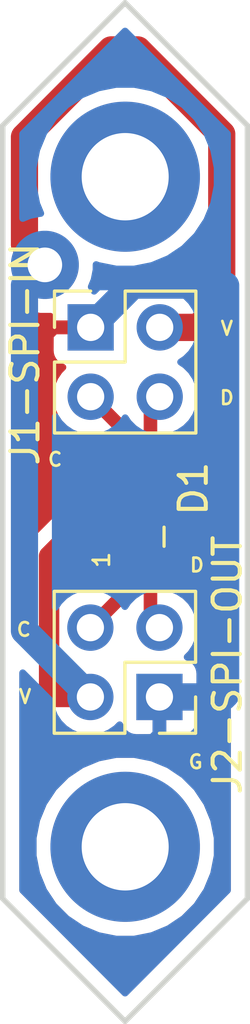
<source format=kicad_pcb>
(kicad_pcb (version 20171130) (host pcbnew 5.1.5-1.fc31)

  (general
    (thickness 1.6)
    (drawings 14)
    (tracks 46)
    (zones 0)
    (modules 5)
    (nets 7)
  )

  (page A4)
  (layers
    (0 F.Cu mixed)
    (31 B.Cu mixed)
    (34 B.Paste user)
    (35 F.Paste user)
    (36 B.SilkS user)
    (37 F.SilkS user)
    (38 B.Mask user)
    (39 F.Mask user)
    (44 Edge.Cuts user)
    (45 Margin user)
    (46 B.CrtYd user)
    (47 F.CrtYd user)
  )

  (setup
    (last_trace_width 1)
    (user_trace_width 0.5)
    (user_trace_width 0.75)
    (user_trace_width 1)
    (user_trace_width 2)
    (trace_clearance 0.2)
    (zone_clearance 0.508)
    (zone_45_only no)
    (trace_min 0.1524)
    (via_size 1.016)
    (via_drill 0.508)
    (via_min_size 0.6858)
    (via_min_drill 0.3302)
    (user_via 0.6858 0.4)
    (uvia_size 0.3)
    (uvia_drill 0.1)
    (uvias_allowed no)
    (uvia_min_size 0)
    (uvia_min_drill 0)
    (edge_width 0.05)
    (segment_width 0.2)
    (pcb_text_width 0.3)
    (pcb_text_size 1.5 1.5)
    (mod_edge_width 0.12)
    (mod_text_size 1 1)
    (mod_text_width 0.15)
    (pad_size 1.524 1.524)
    (pad_drill 0.762)
    (pad_to_mask_clearance 0.0508)
    (aux_axis_origin 0 0)
    (visible_elements FFFFFFFF)
    (pcbplotparams
      (layerselection 0x010fc_ffffffff)
      (usegerberextensions true)
      (usegerberattributes false)
      (usegerberadvancedattributes false)
      (creategerberjobfile false)
      (excludeedgelayer true)
      (linewidth 0.100000)
      (plotframeref false)
      (viasonmask false)
      (mode 1)
      (useauxorigin false)
      (hpglpennumber 1)
      (hpglpenspeed 20)
      (hpglpendiameter 15.000000)
      (psnegative false)
      (psa4output false)
      (plotreference true)
      (plotvalue true)
      (plotinvisibletext false)
      (padsonsilk false)
      (subtractmaskfromsilk false)
      (outputformat 1)
      (mirror false)
      (drillshape 0)
      (scaleselection 1)
      (outputdirectory "gerbers-colon/"))
  )

  (net 0 "")
  (net 1 GND)
  (net 2 +5V)
  (net 3 "Net-(D1-Pad4)")
  (net 4 "Net-(D1-Pad5)")
  (net 5 "Net-(D1-Pad3)")
  (net 6 "Net-(D1-Pad2)")

  (net_class Default "This is the default net class."
    (clearance 0.2)
    (trace_width 0.2286)
    (via_dia 1.016)
    (via_drill 0.508)
    (uvia_dia 0.3)
    (uvia_drill 0.1)
  )

  (net_class power ""
    (clearance 0.2)
    (trace_width 0.75)
    (via_dia 2.5)
    (via_drill 1.27)
    (uvia_dia 0.3)
    (uvia_drill 0.1)
    (add_net +5V)
    (add_net GND)
  )

  (net_class signal ""
    (clearance 0.2)
    (trace_width 0.5)
    (via_dia 1)
    (via_drill 0.508)
    (uvia_dia 0.3)
    (uvia_drill 0.1)
    (add_net "Net-(D1-Pad2)")
    (add_net "Net-(D1-Pad3)")
    (add_net "Net-(D1-Pad4)")
    (add_net "Net-(D1-Pad5)")
  )

  (module Connector_PinHeader_2.54mm:PinHeader_2x02_P2.54mm_Vertical (layer F.Cu) (tedit 5EBF6C8D) (tstamp 5EC03F1B)
    (at 150.87 94.57 180)
    (descr "Through hole straight pin header, 2x02, 2.54mm pitch, double rows")
    (tags "Through hole pin header THT 2x02 2.54mm double row")
    (path /5E4F4A39)
    (fp_text reference J2-SPI-OUT (at -2.5 1.17 270) (layer F.SilkS)
      (effects (font (size 1 1) (thickness 0.15)))
    )
    (fp_text value SPI_OUT (at 1.27 4.87 180) (layer F.Fab)
      (effects (font (size 1 1) (thickness 0.15)))
    )
    (fp_line (start 0 -1.27) (end 3.81 -1.27) (layer F.Fab) (width 0.1))
    (fp_line (start 3.81 -1.27) (end 3.81 3.81) (layer F.Fab) (width 0.1))
    (fp_line (start 3.81 3.81) (end -1.27 3.81) (layer F.Fab) (width 0.1))
    (fp_line (start -1.27 3.81) (end -1.27 0) (layer F.Fab) (width 0.1))
    (fp_line (start -1.27 0) (end 0 -1.27) (layer F.Fab) (width 0.1))
    (fp_line (start -1.33 3.87) (end 3.87 3.87) (layer F.SilkS) (width 0.12))
    (fp_line (start -1.33 1.27) (end -1.33 3.87) (layer F.SilkS) (width 0.12))
    (fp_line (start 3.87 -1.33) (end 3.87 3.87) (layer F.SilkS) (width 0.12))
    (fp_line (start -1.33 1.27) (end 1.27 1.27) (layer F.SilkS) (width 0.12))
    (fp_line (start 1.27 1.27) (end 1.27 -1.33) (layer F.SilkS) (width 0.12))
    (fp_line (start 1.27 -1.33) (end 3.87 -1.33) (layer F.SilkS) (width 0.12))
    (fp_line (start -1.33 0) (end -1.33 -1.33) (layer F.SilkS) (width 0.12))
    (fp_line (start -1.33 -1.33) (end 0 -1.33) (layer F.SilkS) (width 0.12))
    (fp_line (start -1.8 -1.8) (end -1.8 4.35) (layer F.CrtYd) (width 0.05))
    (fp_line (start -1.8 4.35) (end 4.35 4.35) (layer F.CrtYd) (width 0.05))
    (fp_line (start 4.35 4.35) (end 4.35 -1.8) (layer F.CrtYd) (width 0.05))
    (fp_line (start 4.35 -1.8) (end -1.8 -1.8) (layer F.CrtYd) (width 0.05))
    (fp_text user %R (at 1.27 1.27 270) (layer F.Fab)
      (effects (font (size 1 1) (thickness 0.15)))
    )
    (pad 1 thru_hole rect (at 0 0 180) (size 1.7 1.7) (drill 1) (layers *.Cu *.Mask)
      (net 1 GND))
    (pad 2 thru_hole oval (at 2.54 0 180) (size 1.7 1.7) (drill 1) (layers *.Cu *.Mask)
      (net 2 +5V))
    (pad 3 thru_hole oval (at 0 2.54 180) (size 1.7 1.7) (drill 1) (layers *.Cu *.Mask)
      (net 5 "Net-(D1-Pad3)"))
    (pad 4 thru_hole oval (at 2.54 2.54 180) (size 1.7 1.7) (drill 1) (layers *.Cu *.Mask)
      (net 6 "Net-(D1-Pad2)"))
    (model ${KISYS3DMOD}/Connector_PinHeader_2.54mm.3dshapes/PinHeader_2x02_P2.54mm_Vertical.wrl
      (at (xyz 0 0 0))
      (scale (xyz 1 1 1))
      (rotate (xyz 0 0 0))
    )
  )

  (module MountingHole:MountingHole_3.2mm_M3_ISO14580_Pad (layer F.Cu) (tedit 56D1B4CB) (tstamp 5E4C2E26)
    (at 149.61 75.51)
    (descr "Mounting Hole 3.2mm, M3, ISO14580")
    (tags "mounting hole 3.2mm m3 iso14580")
    (attr virtual)
    (fp_text reference REF** (at 0 -3.75) (layer F.SilkS) hide
      (effects (font (size 1 1) (thickness 0.15)))
    )
    (fp_text value MountingHole_3.2mm_M3_ISO14580_Pad (at 0 3.75) (layer F.Fab)
      (effects (font (size 1 1) (thickness 0.15)))
    )
    (fp_text user %R (at 0.3 0) (layer F.Fab)
      (effects (font (size 1 1) (thickness 0.15)))
    )
    (fp_circle (center 0 0) (end 2.75 0) (layer Cmts.User) (width 0.15))
    (fp_circle (center 0 0) (end 3 0) (layer F.CrtYd) (width 0.05))
    (pad 1 thru_hole circle (at 0 0) (size 5.5 5.5) (drill 3.2) (layers *.Cu *.Mask))
  )

  (module MountingHole:MountingHole_3.2mm_M3_ISO14580_Pad (layer F.Cu) (tedit 56D1B4CB) (tstamp 5E4C2AF8)
    (at 149.61 100.06)
    (descr "Mounting Hole 3.2mm, M3, ISO14580")
    (tags "mounting hole 3.2mm m3 iso14580")
    (attr virtual)
    (fp_text reference REF** (at 0 -3.75) (layer F.SilkS) hide
      (effects (font (size 1 1) (thickness 0.15)))
    )
    (fp_text value MountingHole_3.2mm_M3_ISO14580_Pad (at 0 3.75) (layer F.Fab)
      (effects (font (size 1 1) (thickness 0.15)))
    )
    (fp_circle (center 0 0) (end 3 0) (layer F.CrtYd) (width 0.05))
    (fp_circle (center 0 0) (end 2.75 0) (layer Cmts.User) (width 0.15))
    (fp_text user %R (at 0.3 0) (layer F.Fab)
      (effects (font (size 1 1) (thickness 0.15)))
    )
    (pad 1 thru_hole circle (at 0 0) (size 5.5 5.5) (drill 3.2) (layers *.Cu *.Mask))
  )

  (module LED_SMD:LED-APA102-2020 (layer F.Cu) (tedit 5CADBF17) (tstamp 5EC03239)
    (at 149.64 87.85 90)
    (descr http://www.led-color.com/upload/201604/APA102-2020%20SMD%20LED.pdf)
    (tags "LED RGB SPI")
    (path /5E571E9D)
    (attr smd)
    (fp_text reference D1 (at 0.91 2.48 90) (layer F.SilkS)
      (effects (font (size 1 1) (thickness 0.15)))
    )
    (fp_text value A_0 (at 0 -2 90) (layer F.Fab)
      (effects (font (size 1 1) (thickness 0.15)))
    )
    (fp_line (start -1 -1) (end 1 -1) (layer F.Fab) (width 0.1))
    (fp_line (start 1 -1) (end 1 1) (layer F.Fab) (width 0.1))
    (fp_line (start 1 1) (end -0.5 1) (layer F.Fab) (width 0.1))
    (fp_line (start -1 0.5) (end -1 -1) (layer F.Fab) (width 0.1))
    (fp_line (start 1.5 -1.4) (end 1.5 1.4) (layer F.CrtYd) (width 0.05))
    (fp_line (start -1.2 1.4) (end -0.5 1.4) (layer F.SilkS) (width 0.12))
    (fp_text user %R (at 0 0 90) (layer F.Fab)
      (effects (font (size 0.3 0.3) (thickness 0.07)))
    )
    (fp_line (start -1 0.5) (end -0.5 1) (layer F.Fab) (width 0.1))
    (fp_line (start -1.5 -1.4) (end -1.5 1.4) (layer F.CrtYd) (width 0.05))
    (fp_line (start -0.5 1.4) (end -0.5 1.58) (layer F.CrtYd) (width 0.05))
    (fp_line (start -0.5 1.58) (end 0.5 1.58) (layer F.CrtYd) (width 0.05))
    (fp_line (start 0.5 1.58) (end 0.5 1.4) (layer F.CrtYd) (width 0.05))
    (fp_line (start -0.5 -1.4) (end -0.5 -1.58) (layer F.CrtYd) (width 0.05))
    (fp_line (start -0.5 -1.58) (end 0.5 -1.58) (layer F.CrtYd) (width 0.05))
    (fp_line (start 0.5 -1.58) (end 0.5 -1.4) (layer F.CrtYd) (width 0.05))
    (fp_line (start 0.5 -1.4) (end 1.5 -1.4) (layer F.CrtYd) (width 0.05))
    (fp_line (start -1.5 -1.4) (end -0.5 -1.4) (layer F.CrtYd) (width 0.05))
    (fp_line (start -0.5 1.4) (end -1.5 1.4) (layer F.CrtYd) (width 0.05))
    (fp_line (start 1.5 1.4) (end 0.5 1.4) (layer F.CrtYd) (width 0.05))
    (fp_text user 1 (at -1.7 -0.9 90) (layer F.SilkS)
      (effects (font (size 0.6 0.6) (thickness 0.1)))
    )
    (pad 1 smd rect (at -0.85 -0.9 90) (size 0.8 0.5) (layers F.Cu F.Paste F.Mask)
      (net 2 +5V))
    (pad 2 smd rect (at -0.85 0 90) (size 0.8 0.3) (layers F.Cu F.Paste F.Mask)
      (net 6 "Net-(D1-Pad2)"))
    (pad 3 smd rect (at -0.85 0.9 90) (size 0.8 0.5) (layers F.Cu F.Paste F.Mask)
      (net 5 "Net-(D1-Pad3)"))
    (pad 5 smd rect (at 0.85 0 90) (size 0.8 0.3) (layers F.Cu F.Paste F.Mask)
      (net 4 "Net-(D1-Pad5)"))
    (pad 4 smd rect (at 0.85 0.9 90) (size 0.8 0.5) (layers F.Cu F.Paste F.Mask)
      (net 3 "Net-(D1-Pad4)"))
    (pad 6 smd rect (at 0.85 -0.9 90) (size 0.8 0.5) (layers F.Cu F.Paste F.Mask)
      (net 1 GND))
    (pad 1 smd rect (at 0 -0.83 180) (size 1 0.5) (layers F.Cu F.Paste F.Mask)
      (net 2 +5V))
    (pad 6 smd rect (at 0 0.59 180) (size 1.48 0.5) (layers F.Cu F.Paste F.Mask)
      (net 1 GND))
    (model ${KISYS3DMOD}/LED_SMD.3dshapes/LED-APA102-2020.wrl
      (at (xyz 0 0 0))
      (scale (xyz 1 1 1))
      (rotate (xyz 0 0 0))
    )
  )

  (module Connector_PinHeader_2.54mm:PinHeader_2x02_P2.54mm_Vertical (layer F.Cu) (tedit 59FED5CC) (tstamp 5EC036C5)
    (at 148.34 81.03)
    (descr "Through hole straight pin header, 2x02, 2.54mm pitch, double rows")
    (tags "Through hole pin header THT 2x02 2.54mm double row")
    (path /5E4F79DC)
    (fp_text reference J1-SPI-IN (at -2.41 0.98 90) (layer F.SilkS)
      (effects (font (size 1 1) (thickness 0.15)))
    )
    (fp_text value SPI_IN (at 1.27 4.87) (layer F.Fab)
      (effects (font (size 1 1) (thickness 0.15)))
    )
    (fp_text user %R (at 1.27 1.27 90) (layer F.Fab)
      (effects (font (size 1 1) (thickness 0.15)))
    )
    (fp_line (start 4.35 -1.8) (end -1.8 -1.8) (layer F.CrtYd) (width 0.05))
    (fp_line (start 4.35 4.35) (end 4.35 -1.8) (layer F.CrtYd) (width 0.05))
    (fp_line (start -1.8 4.35) (end 4.35 4.35) (layer F.CrtYd) (width 0.05))
    (fp_line (start -1.8 -1.8) (end -1.8 4.35) (layer F.CrtYd) (width 0.05))
    (fp_line (start -1.33 -1.33) (end 0 -1.33) (layer F.SilkS) (width 0.12))
    (fp_line (start -1.33 0) (end -1.33 -1.33) (layer F.SilkS) (width 0.12))
    (fp_line (start 1.27 -1.33) (end 3.87 -1.33) (layer F.SilkS) (width 0.12))
    (fp_line (start 1.27 1.27) (end 1.27 -1.33) (layer F.SilkS) (width 0.12))
    (fp_line (start -1.33 1.27) (end 1.27 1.27) (layer F.SilkS) (width 0.12))
    (fp_line (start 3.87 -1.33) (end 3.87 3.87) (layer F.SilkS) (width 0.12))
    (fp_line (start -1.33 1.27) (end -1.33 3.87) (layer F.SilkS) (width 0.12))
    (fp_line (start -1.33 3.87) (end 3.87 3.87) (layer F.SilkS) (width 0.12))
    (fp_line (start -1.27 0) (end 0 -1.27) (layer F.Fab) (width 0.1))
    (fp_line (start -1.27 3.81) (end -1.27 0) (layer F.Fab) (width 0.1))
    (fp_line (start 3.81 3.81) (end -1.27 3.81) (layer F.Fab) (width 0.1))
    (fp_line (start 3.81 -1.27) (end 3.81 3.81) (layer F.Fab) (width 0.1))
    (fp_line (start 0 -1.27) (end 3.81 -1.27) (layer F.Fab) (width 0.1))
    (pad 4 thru_hole oval (at 2.54 2.54) (size 1.7 1.7) (drill 1) (layers *.Cu *.Mask)
      (net 3 "Net-(D1-Pad4)"))
    (pad 3 thru_hole oval (at 0 2.54) (size 1.7 1.7) (drill 1) (layers *.Cu *.Mask)
      (net 4 "Net-(D1-Pad5)"))
    (pad 2 thru_hole oval (at 2.54 0) (size 1.7 1.7) (drill 1) (layers *.Cu *.Mask)
      (net 2 +5V))
    (pad 1 thru_hole rect (at 0 0) (size 1.7 1.7) (drill 1) (layers *.Cu *.Mask)
      (net 1 GND))
    (model ${KISYS3DMOD}/Connector_PinHeader_2.54mm.3dshapes/PinHeader_2x02_P2.54mm_Vertical.wrl
      (at (xyz 0 0 0))
      (scale (xyz 1 1 1))
      (rotate (xyz 0 0 0))
    )
  )

  (gr_text G (at 152.2 96.95) (layer F.SilkS) (tstamp 5EC03D55)
    (effects (font (size 0.5 0.5) (thickness 0.1)))
  )
  (gr_text D (at 152.25 89.74) (layer F.SilkS) (tstamp 5EC03D55)
    (effects (font (size 0.5 0.5) (thickness 0.1)))
  )
  (gr_text V (at 145.93 94.56) (layer F.SilkS) (tstamp 5EC03D55)
    (effects (font (size 0.5 0.5) (thickness 0.1)))
  )
  (gr_text C (at 145.88 92.1) (layer F.SilkS) (tstamp 5EC03D55)
    (effects (font (size 0.5 0.5) (thickness 0.1)))
  )
  (gr_text G (at 147.04 78.79) (layer F.SilkS) (tstamp 5EC03D55)
    (effects (font (size 0.5 0.5) (thickness 0.1)))
  )
  (gr_text C (at 147.03 85.87) (layer F.SilkS) (tstamp 5EC03D55)
    (effects (font (size 0.5 0.5) (thickness 0.1)))
  )
  (gr_text V (at 153.35 81.07) (layer F.SilkS) (tstamp 5EC03D55)
    (effects (font (size 0.5 0.5) (thickness 0.1)))
  )
  (gr_text D (at 153.35 83.61) (layer F.SilkS)
    (effects (font (size 0.5 0.5) (thickness 0.1)))
  )
  (gr_line (start 145.106 101.956001) (end 149.606 106.456) (layer Edge.Cuts) (width 0.2))
  (gr_line (start 145.106 101.956) (end 145.106 73.636) (layer Edge.Cuts) (width 0.2))
  (gr_line (start 154.105999 101.956) (end 154.105999 73.636) (layer Edge.Cuts) (width 0.2))
  (gr_line (start 145.106 73.636) (end 149.606 69.136) (layer Edge.Cuts) (width 0.2))
  (gr_line (start 154.105999 101.956) (end 149.606 106.456) (layer Edge.Cuts) (width 0.2))
  (gr_line (start 154.105999 73.636) (end 149.606 69.136) (layer Edge.Cuts) (width 0.2))

  (segment (start 152.47 94.57) (end 152.908 94.132) (width 0.5) (layer F.Cu) (net 1))
  (segment (start 150.87 94.57) (end 152.47 94.57) (width 0.5) (layer F.Cu) (net 1))
  (segment (start 152.908 94.132) (end 152.908 89.662) (width 0.5) (layer F.Cu) (net 1))
  (segment (start 152.908 89.288) (end 152.908 89.662) (width 0.5) (layer F.Cu) (net 1))
  (segment (start 151.47 87.85) (end 152.908 89.288) (width 0.5) (layer F.Cu) (net 1))
  (segment (start 150.23 87.85) (end 151.47 87.85) (width 0.5) (layer F.Cu) (net 1))
  (segment (start 148.74 87) (end 146.69 87) (width 0.5) (layer F.Cu) (net 1))
  (segment (start 146.69 87) (end 146.05 86.36) (width 0.5) (layer F.Cu) (net 1))
  (segment (start 146.05 81.97) (end 146.99 81.03) (width 0.5) (layer F.Cu) (net 1))
  (segment (start 146.99 81.03) (end 148.34 81.03) (width 0.5) (layer F.Cu) (net 1))
  (segment (start 146.05 86.36) (end 146.05 81.97) (width 0.5) (layer F.Cu) (net 1))
  (segment (start 149.890001 79.479999) (end 151.869999 79.479999) (width 1) (layer B.Cu) (net 1))
  (segment (start 148.34 81.03) (end 149.890001 79.479999) (width 1) (layer B.Cu) (net 1))
  (segment (start 151.869999 79.479999) (end 151.892 79.502) (width 1) (layer B.Cu) (net 1))
  (segment (start 151.892 79.502) (end 153.305989 79.502) (width 1) (layer B.Cu) (net 1))
  (segment (start 153.305989 79.502) (end 153.305989 94.488) (width 1) (layer B.Cu) (net 1))
  (segment (start 153.223989 94.57) (end 150.87 94.57) (width 1) (layer B.Cu) (net 1))
  (segment (start 153.305989 94.488) (end 153.223989 94.57) (width 1) (layer B.Cu) (net 1))
  (segment (start 147.127919 94.57) (end 146.812 94.254081) (width 0.75) (layer F.Cu) (net 2))
  (segment (start 148.33 94.57) (end 147.127919 94.57) (width 0.75) (layer F.Cu) (net 2))
  (segment (start 148.244999 87.975001) (end 148.81 87.975001) (width 0.75) (layer F.Cu) (net 2))
  (segment (start 146.812 94.254081) (end 146.812 89.408) (width 0.75) (layer F.Cu) (net 2))
  (segment (start 146.812 89.408) (end 148.244999 87.975001) (width 0.75) (layer F.Cu) (net 2))
  (segment (start 148.74 88.7) (end 148.79 88.7) (width 0.75) (layer F.Cu) (net 2))
  (segment (start 148.81 88.68) (end 148.81 87.975001) (width 0.75) (layer F.Cu) (net 2))
  (segment (start 148.79 88.7) (end 148.81 88.68) (width 0.75) (layer F.Cu) (net 2))
  (segment (start 149.098 70.866) (end 145.90601 74.05799) (width 1) (layer F.Cu) (net 2) (status 1000000))
  (segment (start 150.88 81.03) (end 152.293989 81.03) (width 1) (layer F.Cu) (net 2) (status 1000000))
  (segment (start 152.293989 81.03) (end 153.162 80.161989) (width 1) (layer F.Cu) (net 2) (status 1000000))
  (segment (start 153.162 73.955998) (end 150.072002 70.866) (width 1) (layer F.Cu) (net 2) (status 1000000))
  (segment (start 150.072002 70.866) (end 149.098 70.866) (width 1) (layer F.Cu) (net 2) (status 1000000))
  (segment (start 153.162 80.161989) (end 153.162 73.955998) (width 1) (layer F.Cu) (net 2) (status 1000000))
  (via (at 146.656 78.74) (size 2.5) (drill 1.27) (layers F.Cu B.Cu) (net 2))
  (segment (start 145.90601 74.05799) (end 145.90601 77.99001) (width 1) (layer F.Cu) (net 2))
  (segment (start 145.90601 77.99001) (end 146.656 78.74) (width 1) (layer F.Cu) (net 2))
  (segment (start 146.656 78.74) (end 145.90601 79.48999) (width 1) (layer B.Cu) (net 2))
  (segment (start 145.90601 92.14601) (end 148.33 94.57) (width 1) (layer B.Cu) (net 2))
  (segment (start 145.90601 79.48999) (end 145.90601 92.14601) (width 1) (layer B.Cu) (net 2))
  (segment (start 150.54 83.91) (end 150.88 83.57) (width 0.5) (layer F.Cu) (net 3))
  (segment (start 150.54 87) (end 150.54 83.91) (width 0.5) (layer F.Cu) (net 3))
  (segment (start 149.64 84.87) (end 148.34 83.57) (width 0.5) (layer F.Cu) (net 4))
  (segment (start 149.64 87) (end 149.64 84.87) (width 0.5) (layer F.Cu) (net 4))
  (segment (start 150.54 91.7) (end 150.87 92.03) (width 0.5) (layer F.Cu) (net 5))
  (segment (start 150.54 88.7) (end 150.54 91.7) (width 0.5) (layer F.Cu) (net 5))
  (segment (start 149.64 90.72) (end 148.33 92.03) (width 0.5) (layer F.Cu) (net 6))
  (segment (start 149.64 88.7) (end 149.64 90.72) (width 0.5) (layer F.Cu) (net 6))

  (zone (net 1) (net_name GND) (layer F.Cu) (tstamp 5EC0FE82) (hatch edge 0.508)
    (connect_pads (clearance 0.508))
    (min_thickness 0.254)
    (fill yes (arc_segments 32) (thermal_gap 0.508) (thermal_bridge_width 0.508))
    (polygon
      (pts
        (xy 154.178 73.66) (xy 154.178 101.854) (xy 149.606 106.426) (xy 145.034 101.854) (xy 145.034 73.66)
        (xy 149.606 69.088)
      )
    )
    (filled_polygon
      (pts
        (xy 153.370999 101.651553) (xy 149.606 105.416553) (xy 145.841 101.651555) (xy 145.841 99.726607) (xy 146.225 99.726607)
        (xy 146.225 100.393393) (xy 146.355083 101.047368) (xy 146.610252 101.663399) (xy 146.980698 102.217812) (xy 147.452188 102.689302)
        (xy 148.006601 103.059748) (xy 148.622632 103.314917) (xy 149.276607 103.445) (xy 149.943393 103.445) (xy 150.597368 103.314917)
        (xy 151.213399 103.059748) (xy 151.767812 102.689302) (xy 152.239302 102.217812) (xy 152.609748 101.663399) (xy 152.864917 101.047368)
        (xy 152.995 100.393393) (xy 152.995 99.726607) (xy 152.864917 99.072632) (xy 152.609748 98.456601) (xy 152.239302 97.902188)
        (xy 151.767812 97.430698) (xy 151.213399 97.060252) (xy 150.597368 96.805083) (xy 149.943393 96.675) (xy 149.276607 96.675)
        (xy 148.622632 96.805083) (xy 148.006601 97.060252) (xy 147.452188 97.430698) (xy 146.980698 97.902188) (xy 146.610252 98.456601)
        (xy 146.355083 99.072632) (xy 146.225 99.726607) (xy 145.841 99.726607) (xy 145.841 94.532461) (xy 145.874368 94.64246)
        (xy 145.968153 94.817921) (xy 146.094367 94.971714) (xy 146.132906 95.003342) (xy 146.378658 95.249094) (xy 146.410286 95.287633)
        (xy 146.564079 95.413847) (xy 146.739539 95.507632) (xy 146.834732 95.536509) (xy 146.929924 95.565385) (xy 147.127919 95.584886)
        (xy 147.177527 95.58) (xy 147.239893 95.58) (xy 147.383368 95.723475) (xy 147.626589 95.88599) (xy 147.896842 95.997932)
        (xy 148.18374 96.055) (xy 148.47626 96.055) (xy 148.763158 95.997932) (xy 149.033411 95.88599) (xy 149.276632 95.723475)
        (xy 149.408487 95.59162) (xy 149.430498 95.66418) (xy 149.489463 95.774494) (xy 149.568815 95.871185) (xy 149.665506 95.950537)
        (xy 149.77582 96.009502) (xy 149.895518 96.045812) (xy 150.02 96.058072) (xy 150.58425 96.055) (xy 150.743 95.89625)
        (xy 150.743 94.697) (xy 150.997 94.697) (xy 150.997 95.89625) (xy 151.15575 96.055) (xy 151.72 96.058072)
        (xy 151.844482 96.045812) (xy 151.96418 96.009502) (xy 152.074494 95.950537) (xy 152.171185 95.871185) (xy 152.250537 95.774494)
        (xy 152.309502 95.66418) (xy 152.345812 95.544482) (xy 152.358072 95.42) (xy 152.355 94.85575) (xy 152.19625 94.697)
        (xy 150.997 94.697) (xy 150.743 94.697) (xy 150.723 94.697) (xy 150.723 94.443) (xy 150.743 94.443)
        (xy 150.743 94.423) (xy 150.997 94.423) (xy 150.997 94.443) (xy 152.19625 94.443) (xy 152.355 94.28425)
        (xy 152.358072 93.72) (xy 152.345812 93.595518) (xy 152.309502 93.47582) (xy 152.250537 93.365506) (xy 152.171185 93.268815)
        (xy 152.074494 93.189463) (xy 151.96418 93.130498) (xy 151.89162 93.108487) (xy 152.023475 92.976632) (xy 152.18599 92.733411)
        (xy 152.297932 92.463158) (xy 152.355 92.17626) (xy 152.355 91.88374) (xy 152.297932 91.596842) (xy 152.18599 91.326589)
        (xy 152.023475 91.083368) (xy 151.816632 90.876525) (xy 151.573411 90.71401) (xy 151.425 90.652536) (xy 151.425 89.131192)
        (xy 151.428072 89.1) (xy 151.428072 88.541703) (xy 151.495157 88.462417) (xy 151.55577 88.353001) (xy 151.593873 88.233861)
        (xy 151.605 88.13175) (xy 151.44625 87.973) (xy 151.335233 87.973) (xy 151.320537 87.945506) (xy 151.242158 87.85)
        (xy 151.320537 87.754494) (xy 151.335233 87.727) (xy 151.44625 87.727) (xy 151.605 87.56825) (xy 151.593873 87.466139)
        (xy 151.55577 87.346999) (xy 151.495157 87.237583) (xy 151.428072 87.158297) (xy 151.428072 86.6) (xy 151.425 86.568808)
        (xy 151.425 84.951606) (xy 151.583411 84.88599) (xy 151.826632 84.723475) (xy 152.033475 84.516632) (xy 152.19599 84.273411)
        (xy 152.307932 84.003158) (xy 152.365 83.71626) (xy 152.365 83.42374) (xy 152.307932 83.136842) (xy 152.19599 82.866589)
        (xy 152.033475 82.623368) (xy 151.826632 82.416525) (xy 151.65224 82.3) (xy 151.826632 82.183475) (xy 151.845107 82.165)
        (xy 152.238238 82.165) (xy 152.293989 82.170491) (xy 152.34974 82.165) (xy 152.349741 82.165) (xy 152.516488 82.148577)
        (xy 152.730436 82.083676) (xy 152.927612 81.978284) (xy 153.100438 81.836449) (xy 153.135984 81.793136) (xy 153.371 81.558121)
      )
    )
    (filled_polygon
      (pts
        (xy 146.106166 80.552561) (xy 146.470344 80.625) (xy 146.841656 80.625) (xy 146.854337 80.622478) (xy 146.855 80.74425)
        (xy 147.01375 80.903) (xy 148.213 80.903) (xy 148.213 80.883) (xy 148.467 80.883) (xy 148.467 80.903)
        (xy 148.487 80.903) (xy 148.487 81.157) (xy 148.467 81.157) (xy 148.467 81.177) (xy 148.213 81.177)
        (xy 148.213 81.157) (xy 147.01375 81.157) (xy 146.855 81.31575) (xy 146.851928 81.88) (xy 146.864188 82.004482)
        (xy 146.900498 82.12418) (xy 146.959463 82.234494) (xy 147.038815 82.331185) (xy 147.135506 82.410537) (xy 147.24582 82.469502)
        (xy 147.31838 82.491513) (xy 147.186525 82.623368) (xy 147.02401 82.866589) (xy 146.912068 83.136842) (xy 146.855 83.42374)
        (xy 146.855 83.71626) (xy 146.912068 84.003158) (xy 147.02401 84.273411) (xy 147.186525 84.516632) (xy 147.393368 84.723475)
        (xy 147.636589 84.88599) (xy 147.906842 84.997932) (xy 148.19374 85.055) (xy 148.48626 85.055) (xy 148.55896 85.040539)
        (xy 148.755001 85.23658) (xy 148.755 86.961928) (xy 148.31 86.961928) (xy 148.286703 86.964223) (xy 148.244999 86.960115)
        (xy 148.047004 86.979616) (xy 147.856619 87.037369) (xy 147.681159 87.131154) (xy 147.527366 87.257368) (xy 147.495742 87.295902)
        (xy 146.132901 88.658744) (xy 146.094368 88.690367) (xy 146.062745 88.7289) (xy 146.062744 88.728901) (xy 145.968154 88.84416)
        (xy 145.874368 89.019621) (xy 145.841 89.12962) (xy 145.841 86.614114) (xy 147.852084 86.614114) (xy 147.855 86.71425)
        (xy 148.01375 86.873) (xy 148.617 86.873) (xy 148.617 86.12375) (xy 148.45825 85.965) (xy 148.351706 85.977095)
        (xy 148.23284 86.016044) (xy 148.123857 86.077434) (xy 148.028945 86.158906) (xy 147.951751 86.257328) (xy 147.895241 86.36892)
        (xy 147.861588 86.489392) (xy 147.852084 86.614114) (xy 145.841 86.614114) (xy 145.841 80.442726)
      )
    )
  )
  (zone (net 1) (net_name GND) (layer B.Cu) (tstamp 5EC0FE7F) (hatch edge 0.508)
    (connect_pads (clearance 0.508))
    (min_thickness 0.254)
    (fill yes (arc_segments 32) (thermal_gap 0.508) (thermal_bridge_width 0.508))
    (polygon
      (pts
        (xy 154.178 73.66) (xy 154.178 101.854) (xy 149.606 106.426) (xy 145.034 101.854) (xy 145.034 73.66)
        (xy 149.606 69.088)
      )
    )
    (filled_polygon
      (pts
        (xy 153.371 73.940448) (xy 153.370999 101.651553) (xy 149.606 105.416553) (xy 145.841 101.651555) (xy 145.841 99.726607)
        (xy 146.225 99.726607) (xy 146.225 100.393393) (xy 146.355083 101.047368) (xy 146.610252 101.663399) (xy 146.980698 102.217812)
        (xy 147.452188 102.689302) (xy 148.006601 103.059748) (xy 148.622632 103.314917) (xy 149.276607 103.445) (xy 149.943393 103.445)
        (xy 150.597368 103.314917) (xy 151.213399 103.059748) (xy 151.767812 102.689302) (xy 152.239302 102.217812) (xy 152.609748 101.663399)
        (xy 152.864917 101.047368) (xy 152.995 100.393393) (xy 152.995 99.726607) (xy 152.864917 99.072632) (xy 152.609748 98.456601)
        (xy 152.239302 97.902188) (xy 151.767812 97.430698) (xy 151.213399 97.060252) (xy 150.597368 96.805083) (xy 149.943393 96.675)
        (xy 149.276607 96.675) (xy 148.622632 96.805083) (xy 148.006601 97.060252) (xy 147.452188 97.430698) (xy 146.980698 97.902188)
        (xy 146.610252 98.456601) (xy 146.355083 99.072632) (xy 146.225 99.726607) (xy 145.841 99.726607) (xy 145.841 93.686132)
        (xy 146.845 94.690132) (xy 146.845 94.71626) (xy 146.902068 95.003158) (xy 147.01401 95.273411) (xy 147.176525 95.516632)
        (xy 147.383368 95.723475) (xy 147.626589 95.88599) (xy 147.896842 95.997932) (xy 148.18374 96.055) (xy 148.47626 96.055)
        (xy 148.763158 95.997932) (xy 149.033411 95.88599) (xy 149.276632 95.723475) (xy 149.408487 95.59162) (xy 149.430498 95.66418)
        (xy 149.489463 95.774494) (xy 149.568815 95.871185) (xy 149.665506 95.950537) (xy 149.77582 96.009502) (xy 149.895518 96.045812)
        (xy 150.02 96.058072) (xy 150.58425 96.055) (xy 150.743 95.89625) (xy 150.743 94.697) (xy 150.997 94.697)
        (xy 150.997 95.89625) (xy 151.15575 96.055) (xy 151.72 96.058072) (xy 151.844482 96.045812) (xy 151.96418 96.009502)
        (xy 152.074494 95.950537) (xy 152.171185 95.871185) (xy 152.250537 95.774494) (xy 152.309502 95.66418) (xy 152.345812 95.544482)
        (xy 152.358072 95.42) (xy 152.355 94.85575) (xy 152.19625 94.697) (xy 150.997 94.697) (xy 150.743 94.697)
        (xy 150.723 94.697) (xy 150.723 94.443) (xy 150.743 94.443) (xy 150.743 94.423) (xy 150.997 94.423)
        (xy 150.997 94.443) (xy 152.19625 94.443) (xy 152.355 94.28425) (xy 152.358072 93.72) (xy 152.345812 93.595518)
        (xy 152.309502 93.47582) (xy 152.250537 93.365506) (xy 152.171185 93.268815) (xy 152.074494 93.189463) (xy 151.96418 93.130498)
        (xy 151.89162 93.108487) (xy 152.023475 92.976632) (xy 152.18599 92.733411) (xy 152.297932 92.463158) (xy 152.355 92.17626)
        (xy 152.355 91.88374) (xy 152.297932 91.596842) (xy 152.18599 91.326589) (xy 152.023475 91.083368) (xy 151.816632 90.876525)
        (xy 151.573411 90.71401) (xy 151.303158 90.602068) (xy 151.01626 90.545) (xy 150.72374 90.545) (xy 150.436842 90.602068)
        (xy 150.166589 90.71401) (xy 149.923368 90.876525) (xy 149.716525 91.083368) (xy 149.6 91.25776) (xy 149.483475 91.083368)
        (xy 149.276632 90.876525) (xy 149.033411 90.71401) (xy 148.763158 90.602068) (xy 148.47626 90.545) (xy 148.18374 90.545)
        (xy 147.896842 90.602068) (xy 147.626589 90.71401) (xy 147.383368 90.876525) (xy 147.176525 91.083368) (xy 147.04101 91.286181)
        (xy 147.04101 84.298853) (xy 147.186525 84.516632) (xy 147.393368 84.723475) (xy 147.636589 84.88599) (xy 147.906842 84.997932)
        (xy 148.19374 85.055) (xy 148.48626 85.055) (xy 148.773158 84.997932) (xy 149.043411 84.88599) (xy 149.286632 84.723475)
        (xy 149.493475 84.516632) (xy 149.61 84.34224) (xy 149.726525 84.516632) (xy 149.933368 84.723475) (xy 150.176589 84.88599)
        (xy 150.446842 84.997932) (xy 150.73374 85.055) (xy 151.02626 85.055) (xy 151.313158 84.997932) (xy 151.583411 84.88599)
        (xy 151.826632 84.723475) (xy 152.033475 84.516632) (xy 152.19599 84.273411) (xy 152.307932 84.003158) (xy 152.365 83.71626)
        (xy 152.365 83.42374) (xy 152.307932 83.136842) (xy 152.19599 82.866589) (xy 152.033475 82.623368) (xy 151.826632 82.416525)
        (xy 151.65224 82.3) (xy 151.826632 82.183475) (xy 152.033475 81.976632) (xy 152.19599 81.733411) (xy 152.307932 81.463158)
        (xy 152.365 81.17626) (xy 152.365 80.88374) (xy 152.307932 80.596842) (xy 152.19599 80.326589) (xy 152.033475 80.083368)
        (xy 151.826632 79.876525) (xy 151.583411 79.71401) (xy 151.313158 79.602068) (xy 151.02626 79.545) (xy 150.73374 79.545)
        (xy 150.446842 79.602068) (xy 150.176589 79.71401) (xy 149.933368 79.876525) (xy 149.801513 80.00838) (xy 149.779502 79.93582)
        (xy 149.720537 79.825506) (xy 149.641185 79.728815) (xy 149.544494 79.649463) (xy 149.43418 79.590498) (xy 149.314482 79.554188)
        (xy 149.19 79.541928) (xy 148.62575 79.545) (xy 148.467002 79.703748) (xy 148.467002 79.545) (xy 148.362868 79.545)
        (xy 148.468561 79.289834) (xy 148.541 78.925656) (xy 148.541 78.731104) (xy 148.622632 78.764917) (xy 149.276607 78.895)
        (xy 149.943393 78.895) (xy 150.597368 78.764917) (xy 151.213399 78.509748) (xy 151.767812 78.139302) (xy 152.239302 77.667812)
        (xy 152.609748 77.113399) (xy 152.864917 76.497368) (xy 152.995 75.843393) (xy 152.995 75.176607) (xy 152.864917 74.522632)
        (xy 152.609748 73.906601) (xy 152.239302 73.352188) (xy 151.767812 72.880698) (xy 151.213399 72.510252) (xy 150.597368 72.255083)
        (xy 149.943393 72.125) (xy 149.276607 72.125) (xy 148.622632 72.255083) (xy 148.006601 72.510252) (xy 147.452188 72.880698)
        (xy 146.980698 73.352188) (xy 146.610252 73.906601) (xy 146.355083 74.522632) (xy 146.225 75.176607) (xy 146.225 75.843393)
        (xy 146.355083 76.497368) (xy 146.503219 76.855) (xy 146.470344 76.855) (xy 146.106166 76.927439) (xy 145.841 77.037274)
        (xy 145.841 73.940446) (xy 149.606 70.175447)
      )
    )
    (filled_polygon
      (pts
        (xy 148.467 80.903) (xy 148.487 80.903) (xy 148.487 81.157) (xy 148.467 81.157) (xy 148.467 81.177)
        (xy 148.213 81.177) (xy 148.213 81.157) (xy 148.193 81.157) (xy 148.193 80.903) (xy 148.213 80.903)
        (xy 148.213 80.883) (xy 148.467 80.883)
      )
    )
  )
)

</source>
